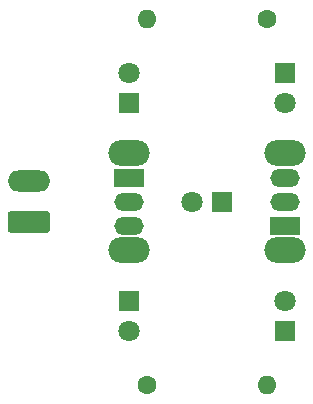
<source format=gbr>
%TF.GenerationSoftware,KiCad,Pcbnew,(6.0.11)*%
%TF.CreationDate,2023-02-04T12:58:06-05:00*%
%TF.ProjectId,h_bridge,685f6272-6964-4676-952e-6b696361645f,rev?*%
%TF.SameCoordinates,Original*%
%TF.FileFunction,Soldermask,Top*%
%TF.FilePolarity,Negative*%
%FSLAX46Y46*%
G04 Gerber Fmt 4.6, Leading zero omitted, Abs format (unit mm)*
G04 Created by KiCad (PCBNEW (6.0.11)) date 2023-02-04 12:58:06*
%MOMM*%
%LPD*%
G01*
G04 APERTURE LIST*
G04 Aperture macros list*
%AMRoundRect*
0 Rectangle with rounded corners*
0 $1 Rounding radius*
0 $2 $3 $4 $5 $6 $7 $8 $9 X,Y pos of 4 corners*
0 Add a 4 corners polygon primitive as box body*
4,1,4,$2,$3,$4,$5,$6,$7,$8,$9,$2,$3,0*
0 Add four circle primitives for the rounded corners*
1,1,$1+$1,$2,$3*
1,1,$1+$1,$4,$5*
1,1,$1+$1,$6,$7*
1,1,$1+$1,$8,$9*
0 Add four rect primitives between the rounded corners*
20,1,$1+$1,$2,$3,$4,$5,0*
20,1,$1+$1,$4,$5,$6,$7,0*
20,1,$1+$1,$6,$7,$8,$9,0*
20,1,$1+$1,$8,$9,$2,$3,0*%
G04 Aperture macros list end*
%ADD10O,3.500000X2.200000*%
%ADD11R,2.500000X1.500000*%
%ADD12O,2.500000X1.500000*%
%ADD13O,1.600000X1.600000*%
%ADD14C,1.600000*%
%ADD15O,3.600000X1.800000*%
%ADD16RoundRect,0.250000X1.550000X-0.650000X1.550000X0.650000X-1.550000X0.650000X-1.550000X-0.650000X0*%
%ADD17R,1.800000X1.800000*%
%ADD18C,1.800000*%
G04 APERTURE END LIST*
D10*
%TO.C,SW2*%
X142748000Y-108748000D03*
X142748000Y-100548000D03*
D11*
X142748000Y-106648000D03*
D12*
X142748000Y-104648000D03*
X142748000Y-102648000D03*
%TD*%
%TO.C,SW1*%
X129540000Y-106648000D03*
X129540000Y-104648000D03*
D11*
X129540000Y-102648000D03*
D10*
X129540000Y-108748000D03*
X129540000Y-100548000D03*
%TD*%
D13*
%TO.C,R2*%
X131064000Y-89154000D03*
D14*
X141224000Y-89154000D03*
%TD*%
%TO.C,R1*%
X131064000Y-120142000D03*
D13*
X141224000Y-120142000D03*
%TD*%
D15*
%TO.C,J1*%
X121038500Y-102880500D03*
D16*
X121038500Y-106380500D03*
%TD*%
D17*
%TO.C,D5*%
X142748000Y-93721000D03*
D18*
X142748000Y-96261000D03*
%TD*%
%TO.C,D4*%
X142748000Y-113035000D03*
D17*
X142748000Y-115575000D03*
%TD*%
%TO.C,D3*%
X137419000Y-104648000D03*
D18*
X134879000Y-104648000D03*
%TD*%
%TO.C,D2*%
X129540000Y-93731000D03*
D17*
X129540000Y-96271000D03*
%TD*%
D18*
%TO.C,D1*%
X129540000Y-115550000D03*
D17*
X129540000Y-113010000D03*
%TD*%
M02*

</source>
